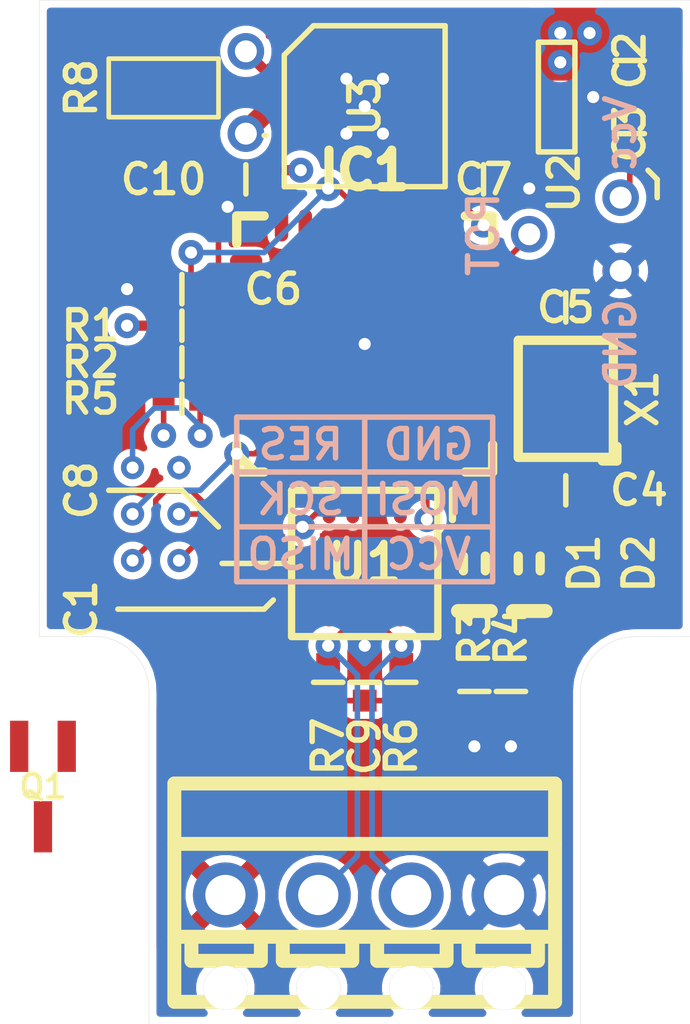
<source format=kicad_pcb>
(kicad_pcb (version 3) (host pcbnew "(2013-02-27 BZR 3976)-testing")
  (layers (15 Front signal) (2 POWER power) (1 GROUND power) (0 Back signal) (18 B.Paste user) (19 F.Paste user) (20 B.SilkS user) (21 F.SilkS user) (22 B.Mask user) (23 F.Mask user) (28 Edge.Cuts user))
  (net 0 "")
  (net 1 +5V)
  (net 2 +BATT)
  (net 3 /Core/ARef)
  (net 4 /Core/CAN_HIGH)
  (net 5 /Core/CAN_LOW)
  (net 6 /Core/CAN_RX)
  (net 7 /Core/CAN_TX)
  (net 8 /Core/F_PWM)
  (net 9 /Core/ISP_MISO)
  (net 10 /Core/ISP_MOSI)
  (net 11 /Core/ISP_RES)
  (net 12 /Core/ISP_SCK)
  (net 13 /Core/Isense)
  (net 14 /Core/MOTOR+)
  (net 15 /Core/MOTOR-)
  (net 16 /Core/R_PWM)
  (net 17 /Core/aPot)
  (net 18 /Core/ledA)
  (net 19 /Core/ledB)
  (net 20 /Core/m_EN)
  (net 21 /Core/uBattFB)
  (net 22 /Core/uIn)
  (net 23 GND)
  (net 24 N-0000029)
  (net 25 N-0000030)
  (net 26 N-0000033)
  (net 27 N-0000035)
  (net 28 N-0000037)
  (net 29 N-0000041)
  (module MPT_0,5/2,54x04 (layer Front) (at 142.00016 118.064)
    (fp_text reference P1 hide)
    (fp_text value EXTCON hide)
    (fp_line (start -5.207 -3.048) (end -5.207 2.921) (layer F.SilkS) (width 0.381))
    (fp_line (start 5.207 -3.048) (end 5.207 2.921) (layer F.SilkS) (width 0.381))
    (fp_line (start -5.207 2.921) (end 5.207 2.921) (layer F.SilkS) (width 0.381))
    (fp_line (start -5.207 -3.048) (end 5.207 -3.048) (layer F.SilkS) (width 0.381))
    (fp_line (start -5.207 -1.397) (end 5.207 -1.397) (layer F.SilkS) (width 0.381))
    (fp_line (start -5.207 1.143) (end 5.207 1.143) (layer F.SilkS) (width 0.381))
    (fp_line (start -4.73964 1.80086) (end -4.73964 1.30048) (layer F.SilkS) (width 0.381))
    (fp_line (start -2.83972 1.80086) (end -4.73964 1.80086) (layer F.SilkS) (width 0.381))
    (fp_line (start -2.83972 1.30048) (end -2.83972 1.80086) (layer F.SilkS) (width 0.381))
    (fp_line (start -0.34036 1.80086) (end -0.34036 1.30048) (layer F.SilkS) (width 0.381))
    (fp_line (start -2.24028 1.80086) (end -0.34036 1.80086) (layer F.SilkS) (width 0.381))
    (fp_line (start -2.24028 1.30048) (end -2.24028 1.80086) (layer F.SilkS) (width 0.381))
    (fp_line (start 2.83972 1.30048) (end 2.83972 1.80086) (layer F.SilkS) (width 0.381))
    (fp_line (start 2.83972 1.80086) (end 4.73964 1.80086) (layer F.SilkS) (width 0.381))
    (fp_line (start 4.73964 1.80086) (end 4.73964 1.30048) (layer F.SilkS) (width 0.381))
    (fp_line (start 2.24028 1.30048) (end 2.24028 1.80086) (layer F.SilkS) (width 0.381))
    (fp_line (start 2.24028 1.80086) (end 0.34036 1.80086) (layer F.SilkS) (width 0.381))
    (fp_line (start 0.34036 1.80086) (end 0.34036 1.30048) (layer F.SilkS) (width 0.381))
    (pad 2 thru_hole circle (at -1.27 0) (size 1.778 1.778) (drill 1.09982) (layers *.Cu *.Mask) (net 5 /Core/CAN_LOW))
    (pad 1 thru_hole circle (at -3.81 0) (size 1.778 1.778) (drill 1.09982) (layers *.Cu *.Mask) (net 22 /Core/uIn))
    (pad "" thru_hole circle (at -3.81 2.54) (size 1.19888 1.19888) (drill 1.198879) (layers *.Cu))
    (pad "" thru_hole circle (at -1.27 2.54) (size 1.19888 1.19888) (drill 1.198879) (layers *.Cu))
    (pad "" thru_hole circle (at 3.81 2.54) (size 1.19888 1.19888) (drill 1.198879) (layers *.Cu))
    (pad "" thru_hole circle (at 1.27 2.54) (size 1.19888 1.19888) (drill 1.198879) (layers *.Cu))
    (pad 3 thru_hole circle (at 1.27 0) (size 1.778 1.778) (drill 1.09982) (layers *.Cu *.Mask) (net 4 /Core/CAN_HIGH))
    (pad 4 thru_hole circle (at 3.81 0) (size 1.778 1.778) (drill 1.09982) (layers *.Cu *.Mask) (net 23 GND))
  )
  (module SMD-CX2520 (layer Front) (at 147.5 104.5 90)
    (fp_text reference X1 (at 0 2.1 90) (layer F.SilkS) (effects (font (size 0.8 0.8))))
    (fp_text value 16MHz hide)
    (fp_line (start -1.69926 1.00076) (end -1.69926 1.39954) (layer F.SilkS) (width 0.254))
    (fp_line (start -1.69926 1.39954) (end -1.30048 1.39954) (layer F.SilkS) (width 0.254))
    (fp_line (start -1.6002 -1.30048) (end -1.6002 1.30048) (layer F.SilkS) (width 0.254))
    (fp_line (start -1.6002 1.30048) (end 1.6002 1.30048) (layer F.SilkS) (width 0.254))
    (fp_line (start 1.6002 1.30048) (end 1.6002 -1.30048) (layer F.SilkS) (width 0.254))
    (fp_line (start 1.6002 -1.30048) (end -1.6002 -1.30048) (layer F.SilkS) (width 0.254))
    (pad 1 smd rect (at -0.8509 0.65024 90) (size 1.19888 1.00076) (layers Front F.Paste F.Mask) (net 25 N-0000030))
    (pad 2 smd rect (at 0.8509 0.65024 90) (size 1.19888 1.00076) (layers Front F.Paste F.Mask) (net 23 GND))
    (pad 3 smd rect (at 0.8509 -0.65024 90) (size 1.19888 1.00076) (layers Front F.Paste F.Mask) (net 24 N-0000029))
    (pad 4 smd rect (at -0.8509 -0.65024 90) (size 1.19888 1.00076) (layers Front F.Paste F.Mask) (net 23 GND))
  )
  (module connect_pin_header_1x1 (layer Back) (at 149 101)
    (fp_text reference POT3 hide)
    (fp_text value GND (at 0 2 90) (layer B.SilkS) (effects (font (size 0.8 0.8)) (justify mirror)))
    (pad 1 thru_hole circle (at 0 0) (size 1.00076 1.00076) (drill 0.599439) (layers *.Cu *.Mask) (net 23 GND))
  )
  (module connect_pin_header_1x1 (layer Back) (at 149 99)
    (fp_text reference POT1 hide)
    (fp_text value Vcc (at 0 -1.75 270) (layer B.SilkS) (effects (font (size 0.8 0.8)) (justify mirror)))
    (pad 1 thru_hole circle (at 0 0) (size 1.00076 1.00076) (drill 0.599439) (layers *.Cu *.Mask) (net 1 +5V))
  )
  (module connect_pin_header_1x1 (layer Back) (at 146.5 100)
    (fp_text reference POT2 hide)
    (fp_text value POT (at -1.25 0 90) (layer B.SilkS) (effects (font (size 0.8 0.8)) (justify mirror)))
    (pad 1 thru_hole circle (at 0 0) (size 1.00076 1.00076) (drill 0.599439) (layers *.Cu *.Mask) (net 17 /Core/aPot))
  )
  (module connect_pin_header_1x1 (layer Front) (at 138.75 97.25 270)
    (fp_text reference M+1 hide)
    (fp_text value + hide)
    (pad 1 thru_hole circle (at 0 0 270) (size 1.00076 1.00076) (drill 0.599439) (layers *.Cu *.Mask) (net 14 /Core/MOTOR+))
  )
  (module connect_pin_header_1x1 (layer Front) (at 138.75 95 270)
    (fp_text reference M-1 hide)
    (fp_text value - hide)
    (pad 1 thru_hole circle (at 0 0 270) (size 1.00076 1.00076) (drill 0.599439) (layers *.Cu *.Mask) (net 15 /Core/MOTOR-))
  )
  (module SMD-0603-LED (layer Front) (at 146.5 109 270)
    (fp_text reference D2 (at 0 -3 450) (layer F.SilkS) (effects (font (size 0.8 0.8))))
    (fp_text value LED hide)
    (fp_line (start 1.30048 -0.44958) (end 1.30048 0.44958) (layer F.SilkS) (width 0.381))
    (fp_line (start -0.20066 0.29972) (end 0.20066 0.29972) (layer F.SilkS) (width 0.254))
    (fp_line (start -0.20066 -0.29972) (end 0.20066 -0.29972) (layer F.SilkS) (width 0.254))
    (pad 1 smd rect (at -0.70612 0 270) (size 0.7493 0.889) (layers Front F.Paste F.Mask) (net 19 /Core/ledB))
    (pad 2 smd rect (at 0.70612 0 270) (size 0.7493 0.889) (layers Front F.Paste F.Mask) (net 28 N-0000037))
  )
  (module SMD-0603-LED (layer Front) (at 145 109 270)
    (fp_text reference D1 (at 0 -3 450) (layer F.SilkS) (effects (font (size 0.8 0.8))))
    (fp_text value LED hide)
    (fp_line (start 1.30048 -0.44958) (end 1.30048 0.44958) (layer F.SilkS) (width 0.381))
    (fp_line (start -0.20066 0.29972) (end 0.20066 0.29972) (layer F.SilkS) (width 0.254))
    (fp_line (start -0.20066 -0.29972) (end 0.20066 -0.29972) (layer F.SilkS) (width 0.254))
    (pad 1 smd rect (at -0.70612 0 270) (size 0.7493 0.889) (layers Front F.Paste F.Mask) (net 18 /Core/ledA))
    (pad 2 smd rect (at 0.70612 0 270) (size 0.7493 0.889) (layers Front F.Paste F.Mask) (net 27 N-0000035))
  )
  (module SOT-23_TO-236AB (layer Front) (at 147.25 96.25 90)
    (fp_text reference U2 (at -2.35 0.2 90) (layer F.SilkS) (effects (font (size 0.8 0.8))))
    (fp_text value LM3480 hide)
    (fp_line (start 1.5 -0.5) (end -1.5 -0.5) (layer F.SilkS) (width 0.15))
    (fp_line (start -1.5 -0.5) (end -1.5 0.5) (layer F.SilkS) (width 0.15))
    (fp_line (start -1.5 0.5) (end 1.5 0.5) (layer F.SilkS) (width 0.15))
    (fp_line (start 1.5 0.5) (end 1.5 -0.5) (layer F.SilkS) (width 0.15))
    (pad 3 smd rect (at 0 -1 90) (size 0.6 0.7) (layers Front F.Paste F.Mask) (net 23 GND))
    (pad 1 smd rect (at -0.95 1 90) (size 0.6 0.7) (layers Front F.Paste F.Mask) (net 1 +5V))
    (pad 2 smd rect (at 0.95 1 90) (size 0.6 0.7) (layers Front F.Paste F.Mask) (net 2 +BATT))
  )
  (module HOLE_VIA-0mm635 (layer Back) (at 135.65 108.92)
    (fp_text reference ISP1 hide)
    (fp_text value MISO (at 4.6 -0.17) (layer B.SilkS) (effects (font (size 0.8 0.8)) (justify mirror)))
    (pad 1 thru_hole circle (at 0 0) (size 0.635 0.635) (drill 0.330199) (layers *.Cu *.Mask) (net 9 /Core/ISP_MISO))
  )
  (module HOLE_VIA-0mm635 (layer Back) (at 136.92 106.38)
    (fp_text reference ISP6 hide)
    (fp_text value GND (at 6.83 -0.63 180) (layer B.SilkS) (effects (font (size 0.8 0.8)) (justify mirror)))
    (pad 1 thru_hole circle (at 0 0) (size 0.635 0.635) (drill 0.330199) (layers *.Cu *.Mask) (net 23 GND))
  )
  (module HOLE_VIA-0mm635 (layer Back) (at 136.92 107.65)
    (fp_text reference ISP5 hide)
    (fp_text value MOSI (at 6.83 -0.4 180) (layer B.SilkS) (effects (font (size 0.8 0.8)) (justify mirror)))
    (pad 1 thru_hole circle (at 0 0) (size 0.635 0.635) (drill 0.330199) (layers *.Cu *.Mask) (net 10 /Core/ISP_MOSI))
  )
  (module HOLE_VIA-0mm635 (layer Back) (at 136.92 108.92)
    (fp_text reference ISP4 hide)
    (fp_text value VCC (at 6.83 -0.17) (layer B.SilkS) (effects (font (size 0.8 0.8)) (justify mirror)))
    (pad 1 thru_hole circle (at 0 0) (size 0.635 0.635) (drill 0.330199) (layers *.Cu *.Mask) (net 1 +5V))
  )
  (module HOLE_VIA-0mm635 (layer Back) (at 135.65 106.38)
    (fp_text reference ISP3 hide)
    (fp_text value RES (at 4.6 -0.63 180) (layer B.SilkS) (effects (font (size 0.8 0.8)) (justify mirror)))
    (pad 1 thru_hole circle (at 0 0) (size 0.635 0.635) (drill 0.330199) (layers *.Cu *.Mask) (net 11 /Core/ISP_RES))
  )
  (module HOLE_VIA-0mm635 (layer Back) (at 135.65 107.65)
    (fp_text reference ISP2 hide)
    (fp_text value SCK (at 4.6 -0.4) (layer B.SilkS) (effects (font (size 0.8 0.8)) (justify mirror)))
    (pad 1 thru_hole circle (at 0 0) (size 0.635 0.635) (drill 0.330199) (layers *.Cu *.Mask) (net 12 /Core/ISP_SCK))
  )
  (module SMD-0805 (layer Front) (at 136.5 96 180)
    (fp_text reference R8 (at 2.25 0 270) (layer F.SilkS) (effects (font (size 0.8 0.8))))
    (fp_text value 200m hide)
    (fp_line (start -1.50114 -0.8001) (end 1.50114 -0.8001) (layer F.SilkS) (width 0.127))
    (fp_line (start 1.50114 -0.8001) (end 1.50114 0.8001) (layer F.SilkS) (width 0.127))
    (fp_line (start 1.50114 0.8001) (end -1.50114 0.8001) (layer F.SilkS) (width 0.127))
    (fp_line (start -1.50114 0.8001) (end -1.50114 -0.8001) (layer F.SilkS) (width 0.127))
    (pad 1 smd rect (at -0.9525 0 180) (size 0.889 1.397) (layers Front F.Paste F.Mask) (net 13 /Core/Isense))
    (pad 2 smd rect (at 0.9525 0 180) (size 0.889 1.397) (layers Front F.Paste F.Mask) (net 23 GND))
  )
  (module S-PVSON-N10 (layer Front) (at 142 96.5 270)
    (fp_text reference U3 (at 0 0 270) (layer F.SilkS) (effects (font (size 0.8 0.8))))
    (fp_text value DRV8832-DRC hide)
    (fp_line (start -2.2 1.4) (end -1.4 2.2) (layer F.SilkS) (width 0.15))
    (fp_line (start 2.2 -2.2) (end 2.2 2.2) (layer F.SilkS) (width 0.15))
    (fp_line (start 2.2 2.2) (end -1.4 2.2) (layer F.SilkS) (width 0.15))
    (fp_line (start -2.2 1.4) (end -2.2 -2.2) (layer F.SilkS) (width 0.15))
    (fp_line (start -2.2 -2.2) (end 2.2 -2.2) (layer F.SilkS) (width 0.15))
    (pad PPAD smd rect (at -1.55 -0.25 270) (size 0.7 0.28) (layers Front F.Mask) (net 23 GND))
    (pad PPAD smd rect (at -1.55 0.25 270) (size 0.7 0.28) (layers Front F.Mask) (net 23 GND))
    (pad PPAD smd rect (at 1.55 0.25 270) (size 0.7 0.28) (layers Front F.Mask) (net 23 GND))
    (pad 1 smd oval (at -1 1.545 270) (size 0.28 0.99) (layers Front F.Paste F.Mask) (net 15 /Core/MOTOR-))
    (pad PPAD smd rect (at 1.55 -0.25 270) (size 0.7 0.28) (layers Front F.Mask) (net 23 GND))
    (pad 2 smd oval (at -0.5 1.545 270) (size 0.28 0.99) (layers Front F.Paste F.Mask) (net 13 /Core/Isense))
    (pad 3 smd oval (at 0 1.545 270) (size 0.28 0.99) (layers Front F.Paste F.Mask) (net 14 /Core/MOTOR+))
    (pad 4 smd oval (at 0.5 1.545 270) (size 0.28 0.99) (layers Front F.Paste F.Mask) (net 2 +BATT))
    (pad 5 smd oval (at 1 1.545 270) (size 0.28 0.99) (layers Front F.Paste F.Mask) (net 23 GND))
    (pad 6 smd oval (at 1 -1.545 270) (size 0.28 0.99) (layers Front F.Paste F.Mask) (net 20 /Core/m_EN))
    (pad 7 smd oval (at 0.5 -1.545 270) (size 0.28 0.99) (layers Front F.Paste F.Mask) (net 26 N-0000033))
    (pad 8 smd oval (at 0 -1.545 270) (size 0.28 0.99) (layers Front F.Paste F.Mask) (net 26 N-0000033))
    (pad 9 smd oval (at -0.5 -1.545 270) (size 0.28 0.99) (layers Front F.Paste F.Mask) (net 8 /Core/F_PWM))
    (pad 10 smd oval (at -1 -1.545 270) (size 0.28 0.99) (layers Front F.Paste F.Mask) (net 16 /Core/R_PWM))
    (pad PPAD smd rect (at 0 0 270) (size 2.4 1.65) (layers Front F.Mask) (net 23 GND))
  )
  (module SMD-R_1005_EIA0402-NOMINAL (layer Front) (at 139.5 109 270)
    (fp_text reference C1 (at 1.25 5.25 270) (layer F.SilkS) (effects (font (size 0.8 0.8))))
    (fp_text value 100n hide)
    (fp_line (start 0 -0.4) (end 0 0.4) (layer F.SilkS) (width 0.15))
    (pad 1 smd rect (at -0.5 0 270) (size 0.6 0.65) (layers Front F.Paste F.Mask) (net 1 +5V))
    (pad 2 smd rect (at 0.5 0 270) (size 0.6 0.65) (layers Front F.Paste F.Mask) (net 23 GND))
  )
  (module SMD-R_1005_EIA0402-NOMINAL (layer Front) (at 149.25 95.25 270)
    (fp_text reference C2 (at 0 0 270) (layer F.SilkS) (effects (font (size 0.8 0.8))))
    (fp_text value 0µ1 hide)
    (fp_line (start 0 -0.4) (end 0 0.4) (layer F.SilkS) (width 0.15))
    (pad 1 smd rect (at -0.5 0 270) (size 0.6 0.65) (layers Front F.Paste F.Mask) (net 2 +BATT))
    (pad 2 smd rect (at 0.5 0 270) (size 0.6 0.65) (layers Front F.Paste F.Mask) (net 23 GND))
  )
  (module SMD-R_1005_EIA0402-NOMINAL (layer Front) (at 149.25 97.25 90)
    (fp_text reference C3 (at 0 0 90) (layer F.SilkS) (effects (font (size 0.8 0.8))))
    (fp_text value 0µ1 hide)
    (fp_line (start 0 -0.4) (end 0 0.4) (layer F.SilkS) (width 0.15))
    (pad 1 smd rect (at -0.5 0 90) (size 0.6 0.65) (layers Front F.Paste F.Mask) (net 1 +5V))
    (pad 2 smd rect (at 0.5 0 90) (size 0.6 0.65) (layers Front F.Paste F.Mask) (net 23 GND))
  )
  (module SMD-R_1005_EIA0402-NOMINAL (layer Front) (at 147.5 107 180)
    (fp_text reference C4 (at -2 0 180) (layer F.SilkS) (effects (font (size 0.8 0.8))))
    (fp_text value 12p hide)
    (fp_line (start 0 -0.4) (end 0 0.4) (layer F.SilkS) (width 0.15))
    (pad 1 smd rect (at -0.5 0 180) (size 0.6 0.65) (layers Front F.Paste F.Mask) (net 25 N-0000030))
    (pad 2 smd rect (at 0.5 0 180) (size 0.6 0.65) (layers Front F.Paste F.Mask) (net 23 GND))
  )
  (module SMD-R_1005_EIA0402-NOMINAL (layer Front) (at 147.5 102)
    (fp_text reference C5 (at 0 0) (layer F.SilkS) (effects (font (size 0.8 0.8))))
    (fp_text value 12p hide)
    (fp_line (start 0 -0.4) (end 0 0.4) (layer F.SilkS) (width 0.15))
    (pad 1 smd rect (at -0.5 0) (size 0.6 0.65) (layers Front F.Paste F.Mask) (net 24 N-0000029))
    (pad 2 smd rect (at 0.5 0) (size 0.6 0.65) (layers Front F.Paste F.Mask) (net 23 GND))
  )
  (module SMD-R_1005_EIA0402-NOMINAL (layer Front) (at 137 101.5 180)
    (fp_text reference C6 (at -2.5 0 180) (layer F.SilkS) (effects (font (size 0.8 0.8))))
    (fp_text value 100n hide)
    (fp_line (start 0 -0.4) (end 0 0.4) (layer F.SilkS) (width 0.15))
    (pad 1 smd rect (at -0.5 0 180) (size 0.6 0.65) (layers Front F.Paste F.Mask) (net 3 /Core/ARef))
    (pad 2 smd rect (at 0.5 0 180) (size 0.6 0.65) (layers Front F.Paste F.Mask) (net 23 GND))
  )
  (module SMD-R_1005_EIA0402-NOMINAL (layer Front) (at 145.25 98.5)
    (fp_text reference C7 (at 0 0) (layer F.SilkS) (effects (font (size 0.8 0.8))))
    (fp_text value 100n hide)
    (fp_line (start 0 -0.4) (end 0 0.4) (layer F.SilkS) (width 0.15))
    (pad 1 smd rect (at -0.5 0) (size 0.6 0.65) (layers Front F.Paste F.Mask) (net 1 +5V))
    (pad 2 smd rect (at 0.5 0) (size 0.6 0.65) (layers Front F.Paste F.Mask) (net 23 GND))
  )
  (module SMD-R_1005_EIA0402-NOMINAL (layer Front) (at 138.5 109 270)
    (fp_text reference C8 (at -2 4.25 270) (layer F.SilkS) (effects (font (size 0.8 0.8))))
    (fp_text value 100n hide)
    (fp_line (start 0 -0.4) (end 0 0.4) (layer F.SilkS) (width 0.15))
    (pad 1 smd rect (at -0.5 0 270) (size 0.6 0.65) (layers Front F.Paste F.Mask) (net 1 +5V))
    (pad 2 smd rect (at 0.5 0 270) (size 0.6 0.65) (layers Front F.Paste F.Mask) (net 23 GND))
  )
  (module SMD-R_1005_EIA0402-NOMINAL (layer Front) (at 142 112.25 270)
    (fp_text reference C9 (at 1.75 0 270) (layer F.SilkS) (effects (font (size 0.8 0.8))))
    (fp_text value cCAN hide)
    (fp_line (start 0 -0.4) (end 0 0.4) (layer F.SilkS) (width 0.15))
    (pad 1 smd rect (at -0.5 0 270) (size 0.6 0.65) (layers Front F.Paste F.Mask) (net 23 GND))
    (pad 2 smd rect (at 0.5 0 270) (size 0.6 0.65) (layers Front F.Paste F.Mask) (net 29 N-0000041))
  )
  (module SMD-R_1005_EIA0402-NOMINAL (layer Front) (at 138.75 98.5 180)
    (fp_text reference C10 (at 2.25 0 180) (layer F.SilkS) (effects (font (size 0.8 0.8))))
    (fp_text value 100n hide)
    (fp_line (start 0 -0.4) (end 0 0.4) (layer F.SilkS) (width 0.15))
    (pad 1 smd rect (at -0.5 0 180) (size 0.6 0.65) (layers Front F.Paste F.Mask) (net 2 +BATT))
    (pad 2 smd rect (at 0.5 0 180) (size 0.6 0.65) (layers Front F.Paste F.Mask) (net 23 GND))
  )
  (module SMD-R_1005_EIA0402-NOMINAL (layer Front) (at 137 102.5)
    (fp_text reference R1 (at -2.5 0) (layer F.SilkS) (effects (font (size 0.8 0.8))))
    (fp_text value 12k hide)
    (fp_line (start 0 -0.4) (end 0 0.4) (layer F.SilkS) (width 0.15))
    (pad 1 smd rect (at -0.5 0) (size 0.6 0.65) (layers Front F.Paste F.Mask) (net 2 +BATT))
    (pad 2 smd rect (at 0.5 0) (size 0.6 0.65) (layers Front F.Paste F.Mask) (net 21 /Core/uBattFB))
  )
  (module SMD-R_1005_EIA0402-NOMINAL (layer Front) (at 137 103.5 180)
    (fp_text reference R2 (at 2.5 0 180) (layer F.SilkS) (effects (font (size 0.8 0.8))))
    (fp_text value 22k hide)
    (fp_line (start 0 -0.4) (end 0 0.4) (layer F.SilkS) (width 0.15))
    (pad 1 smd rect (at -0.5 0 180) (size 0.6 0.65) (layers Front F.Paste F.Mask) (net 21 /Core/uBattFB))
    (pad 2 smd rect (at 0.5 0 180) (size 0.6 0.65) (layers Front F.Paste F.Mask) (net 23 GND))
  )
  (module SMD-R_1005_EIA0402-NOMINAL (layer Front) (at 145 112.5 270)
    (fp_text reference R3 (at -1.5 0 270) (layer F.SilkS) (effects (font (size 0.8 0.8))))
    (fp_text value 400 hide)
    (fp_line (start 0 -0.4) (end 0 0.4) (layer F.SilkS) (width 0.15))
    (pad 1 smd rect (at -0.5 0 270) (size 0.6 0.65) (layers Front F.Paste F.Mask) (net 27 N-0000035))
    (pad 2 smd rect (at 0.5 0 270) (size 0.6 0.65) (layers Front F.Paste F.Mask) (net 23 GND))
  )
  (module SMD-R_1005_EIA0402-NOMINAL (layer Front) (at 146 112.5 270)
    (fp_text reference R4 (at -1.5 0 270) (layer F.SilkS) (effects (font (size 0.8 0.8))))
    (fp_text value 400 hide)
    (fp_line (start 0 -0.4) (end 0 0.4) (layer F.SilkS) (width 0.15))
    (pad 1 smd rect (at -0.5 0 270) (size 0.6 0.65) (layers Front F.Paste F.Mask) (net 28 N-0000037))
    (pad 2 smd rect (at 0.5 0 270) (size 0.6 0.65) (layers Front F.Paste F.Mask) (net 23 GND))
  )
  (module SMD-R_1005_EIA0402-NOMINAL (layer Front) (at 137 104.5)
    (fp_text reference R5 (at -2.5 0) (layer F.SilkS) (effects (font (size 0.8 0.8))))
    (fp_text value 10k hide)
    (fp_line (start 0 -0.4) (end 0 0.4) (layer F.SilkS) (width 0.15))
    (pad 1 smd rect (at -0.5 0) (size 0.6 0.65) (layers Front F.Paste F.Mask) (net 1 +5V))
    (pad 2 smd rect (at 0.5 0) (size 0.6 0.65) (layers Front F.Paste F.Mask) (net 11 /Core/ISP_RES))
  )
  (module SMD-R_1005_EIA0402-NOMINAL (layer Front) (at 143 112.25 270)
    (fp_text reference R6 (at 1.75 0 270) (layer F.SilkS) (effects (font (size 0.8 0.8))))
    (fp_text value rCAN hide)
    (fp_line (start 0 -0.4) (end 0 0.4) (layer F.SilkS) (width 0.15))
    (pad 1 smd rect (at -0.5 0 270) (size 0.6 0.65) (layers Front F.Paste F.Mask) (net 4 /Core/CAN_HIGH))
    (pad 2 smd rect (at 0.5 0 270) (size 0.6 0.65) (layers Front F.Paste F.Mask) (net 29 N-0000041))
  )
  (module SMD-R_1005_EIA0402-NOMINAL (layer Front) (at 141 112.25 90)
    (fp_text reference R7 (at -1.75 0 90) (layer F.SilkS) (effects (font (size 0.8 0.8))))
    (fp_text value rCAN hide)
    (fp_line (start 0 -0.4) (end 0 0.4) (layer F.SilkS) (width 0.15))
    (pad 1 smd rect (at -0.5 0 90) (size 0.6 0.65) (layers Front F.Paste F.Mask) (net 29 N-0000041))
    (pad 2 smd rect (at 0.5 0 90) (size 0.6 0.65) (layers Front F.Paste F.Mask) (net 5 /Core/CAN_LOW))
  )
  (module SOT782-1_HVSON8 (layer Front) (at 142 109 180)
    (fp_text reference U1 (at 0 0 180) (layer F.SilkS) (effects (font (thickness 0.2))))
    (fp_text value TJA1051 hide)
    (fp_line (start -2.4 2) (end -2.4 1.2) (layer F.SilkS) (width 0.2))
    (fp_line (start -2 -2) (end -2 2) (layer F.SilkS) (width 0.2))
    (fp_line (start -2 2) (end 2 2) (layer F.SilkS) (width 0.2))
    (fp_line (start 2 2) (end 2 -2) (layer F.SilkS) (width 0.2))
    (fp_line (start 2 -2) (end -2 -2) (layer F.SilkS) (width 0.2))
    (pad 1 smd oval (at -0.975 1.41 180) (size 0.35 0.625) (layers Front F.Paste F.Mask) (net 7 /Core/CAN_TX))
    (pad 9 smd rect (at 0 0 180) (size 2.45 1.65) (layers Front F.Paste F.Mask) (net 23 GND))
    (pad 2 smd oval (at -0.325 1.41 180) (size 0.35 0.625) (layers Front F.Paste F.Mask) (net 23 GND))
    (pad 3 smd oval (at 0.325 1.41 180) (size 0.35 0.625) (layers Front F.Paste F.Mask) (net 1 +5V))
    (pad 4 smd oval (at 0.975 1.41 180) (size 0.35 0.625) (layers Front F.Paste F.Mask) (net 6 /Core/CAN_RX))
    (pad 5 smd oval (at 0.975 -1.41 180) (size 0.35 0.625) (layers Front F.Paste F.Mask))
    (pad 6 smd oval (at 0.325 -1.41 180) (size 0.35 0.625) (layers Front F.Paste F.Mask) (net 5 /Core/CAN_LOW))
    (pad 7 smd oval (at -0.325 -1.41 180) (size 0.35 0.625) (layers Front F.Paste F.Mask) (net 4 /Core/CAN_HIGH))
    (pad 8 smd oval (at -0.975 -1.41 180) (size 0.35 0.625) (layers Front F.Paste F.Mask) (net 23 GND))
  )
  (module QFN-32_0mm65 (layer Front) (at 142 103)
    (fp_text reference IC1 (at 0 -4.7498) (layer F.SilkS) (effects (font (size 1.00076 1.00076) (thickness 0.25146))))
    (fp_text value ATMEGA32M1_QFN32 hide)
    (fp_line (start 2.75082 3.50012) (end 3.50012 3.50012) (layer F.SilkS) (width 0.254))
    (fp_line (start 3.50012 3.50012) (end 3.50012 2.75082) (layer F.SilkS) (width 0.254))
    (fp_line (start 2.75082 -3.50012) (end 3.50012 -3.50012) (layer F.SilkS) (width 0.254))
    (fp_line (start 3.50012 -3.50012) (end 3.50012 -2.75082) (layer F.SilkS) (width 0.254))
    (fp_line (start -3.50012 -2.75082) (end -3.50012 -3.50012) (layer F.SilkS) (width 0.254))
    (fp_line (start -3.50012 -3.50012) (end -2.75082 -3.50012) (layer F.SilkS) (width 0.254))
    (fp_line (start -2.75082 3.50012) (end -3.50012 3.50012) (layer F.SilkS) (width 0.254))
    (fp_line (start -3.50012 3.50012) (end -3.50012 2.75082) (layer F.SilkS) (width 0.254))
    (fp_line (start -3.50012 2.99974) (end -2.99974 3.50012) (layer F.SilkS) (width 0.254))
    (pad 33 smd rect (at 0 0 90) (size 4.50088 4.50088) (layers Front F.Paste F.Mask) (net 23 GND))
    (pad 1 smd oval (at -2.275 3.2425) (size 0.37 0.885) (layers Front F.Paste F.Mask) (net 9 /Core/ISP_MISO))
    (pad 2 smd oval (at -1.625 3.2425) (size 0.37 0.885) (layers Front F.Paste F.Mask) (net 10 /Core/ISP_MOSI))
    (pad 3 smd oval (at -0.975 3.2425) (size 0.37 0.885) (layers Front F.Paste F.Mask))
    (pad 4 smd oval (at -0.325 3.2425) (size 0.37 0.885) (layers Front F.Paste F.Mask) (net 1 +5V))
    (pad 5 smd oval (at 0.325 3.2425) (size 0.37 0.885) (layers Front F.Paste F.Mask) (net 23 GND))
    (pad 6 smd oval (at 0.975 3.2425) (size 0.37 0.885) (layers Front F.Paste F.Mask) (net 7 /Core/CAN_TX))
    (pad 7 smd oval (at 1.625 3.2425) (size 0.37 0.885) (layers Front F.Paste F.Mask) (net 6 /Core/CAN_RX))
    (pad 8 smd oval (at 2.275 3.2425) (size 0.37 0.885) (layers Front F.Paste F.Mask) (net 18 /Core/ledA))
    (pad 9 smd oval (at 3.2425 2.275 90) (size 0.37 0.885) (layers Front F.Paste F.Mask) (net 19 /Core/ledB))
    (pad 10 smd oval (at 3.2425 1.625 90) (size 0.37 0.885) (layers Front F.Paste F.Mask) (net 25 N-0000030))
    (pad 11 smd oval (at 3.2425 0.975 90) (size 0.37 0.885) (layers Front F.Paste F.Mask) (net 24 N-0000029))
    (pad 12 smd oval (at 3.2425 0.325 90) (size 0.37 0.885) (layers Front F.Paste F.Mask) (net 12 /Core/ISP_SCK))
    (pad 13 smd oval (at 3.2425 -0.325 90) (size 0.37 0.885) (layers Front F.Paste F.Mask) (net 16 /Core/R_PWM))
    (pad 14 smd oval (at 3.2425 -0.975 90) (size 0.37 0.885) (layers Front F.Paste F.Mask) (net 8 /Core/F_PWM))
    (pad 15 smd oval (at 3.2425 -1.625 90) (size 0.37 0.885) (layers Front F.Paste F.Mask) (net 20 /Core/m_EN))
    (pad 16 smd oval (at 3.2425 -2.275 90) (size 0.37 0.885) (layers Front F.Paste F.Mask) (net 17 /Core/aPot))
    (pad 17 smd oval (at 2.275 -3.2425) (size 0.37 0.885) (layers Front F.Paste F.Mask))
    (pad 18 smd oval (at 1.625 -3.2425) (size 0.37 0.885) (layers Front F.Paste F.Mask))
    (pad 19 smd oval (at 0.975 -3.2425) (size 0.37 0.885) (layers Front F.Paste F.Mask) (net 1 +5V))
    (pad 20 smd oval (at 0.325 -3.2425) (size 0.37 0.885) (layers Front F.Paste F.Mask) (net 23 GND))
    (pad 21 smd oval (at -0.325 -3.2425) (size 0.37 0.885) (layers Front F.Paste F.Mask) (net 3 /Core/ARef))
    (pad 22 smd oval (at -0.975 -3.2425) (size 0.37 0.885) (layers Front F.Paste F.Mask))
    (pad 23 smd oval (at -1.625 -3.2425) (size 0.37 0.885) (layers Front F.Paste F.Mask))
    (pad 24 smd oval (at -2.275 -3.2425) (size 0.37 0.885) (layers Front F.Paste F.Mask))
    (pad 25 smd oval (at -3.2425 -2.275 90) (size 0.37 0.885) (layers Front F.Paste F.Mask))
    (pad 26 smd oval (at -3.2425 -1.625 90) (size 0.37 0.885) (layers Front F.Paste F.Mask) (net 13 /Core/Isense))
    (pad 27 smd oval (at -3.2425 -0.975 90) (size 0.37 0.885) (layers Front F.Paste F.Mask) (net 21 /Core/uBattFB))
    (pad 28 smd oval (at -3.2425 -0.325 90) (size 0.37 0.885) (layers Front F.Paste F.Mask))
    (pad 29 smd oval (at -3.2425 0.325 90) (size 0.37 0.885) (layers Front F.Paste F.Mask))
    (pad 30 smd oval (at -3.2425 0.975 90) (size 0.37 0.885) (layers Front F.Paste F.Mask))
    (pad 31 smd oval (at -3.2425 1.625 90) (size 0.37 0.885) (layers Front F.Paste F.Mask) (net 11 /Core/ISP_RES))
    (pad 32 smd oval (at -3.2425 2.275 90) (size 0.37 0.885) (layers Front F.Paste F.Mask))
  )
  (module SOT323_SC-70-REFLOW (layer Front) (at 133.2 115.1 180)
    (fp_text reference Q1 (at 0 0 180) (layer F.SilkS) (effects (font (size 0.635 0.635) (thickness 0.127))))
    (fp_text value PMF170XP hide)
    (pad 1 smd rect (at -0.65 1.1 180) (size 0.5 1.4) (layers Front F.Paste F.Mask) (net 23 GND))
    (pad 2 smd rect (at 0.65 1.1 180) (size 0.5 1.4) (layers Front F.Paste F.Mask) (net 2 +BATT))
    (pad 3 smd rect (at 0 -1.1 180) (size 0.5 1.4) (layers Front F.Paste F.Mask) (net 22 /Core/uIn))
  )
  (gr_line (start 133.1 111) (end 134.7 111) (angle 90) (layer Edge.Cuts) (width 0.01))
  (gr_line (start 142 105) (end 142 109.5) (angle 90) (layer B.SilkS) (width 0.15))
  (gr_line (start 145.5 108) (end 138.5 108) (angle 90) (layer B.SilkS) (width 0.15))
  (gr_line (start 138.5 106.5) (end 145.5 106.5) (angle 90) (layer B.SilkS) (width 0.15))
  (gr_line (start 138.5 109.5) (end 138.5 105) (angle 90) (layer B.SilkS) (width 0.15))
  (gr_line (start 145.5 109.5) (end 138.5 109.5) (angle 90) (layer B.SilkS) (width 0.15))
  (gr_line (start 145.5 105) (end 145.5 109.5) (angle 90) (layer B.SilkS) (width 0.15))
  (gr_line (start 138.5 105) (end 145.5 105) (angle 90) (layer B.SilkS) (width 0.15))
  (gr_line (start 150 98.5) (end 149.75 98.25) (angle 90) (layer F.SilkS) (width 0.15))
  (gr_line (start 150 99) (end 150 98.5) (angle 90) (layer F.SilkS) (width 0.15))
  (gr_line (start 137 107) (end 138 108) (angle 90) (layer F.SilkS) (width 0.15))
  (gr_line (start 135 107) (end 137 107) (angle 90) (layer F.SilkS) (width 0.15))
  (gr_line (start 139.25 110.25) (end 139.5 110) (angle 90) (layer F.SilkS) (width 0.15))
  (gr_line (start 139 110.25) (end 139.25 110.25) (angle 90) (layer F.SilkS) (width 0.15))
  (gr_line (start 135.25 110.25) (end 139 110.25) (angle 90) (layer F.SilkS) (width 0.15))
  (gr_line (start 139.25 97.3) (end 139.3 97.3) (angle 90) (layer F.SilkS) (width 0.15))
  (gr_line (start 150.90032 93.60126) (end 133.1 93.60126) (angle 90) (layer Edge.Cuts) (width 0.01))
  (gr_line (start 150.90032 93.60126) (end 150.90032 111.00026) (angle 90) (layer Edge.Cuts) (width 0.01))
  (gr_line (start 147.90058 112.49886) (end 147.90058 121.59968) (angle 90) (layer Edge.Cuts) (width 0.01))
  (gr_line (start 136.09974 112.60046) (end 136.09974 121.59968) (angle 90) (layer Edge.Cuts) (width 0.01))
  (gr_line (start 147.90058 121.59968) (end 136.09974 121.59968) (angle 90) (layer Edge.Cuts) (width 0.01))
  (gr_arc (start 149.39918 112.49886) (end 147.90058 112.49886) (angle 90) (layer Edge.Cuts) (width 0.01))
  (gr_arc (start 134.60114 112.49886) (end 134.7002 111.00026) (angle 90) (layer Edge.Cuts) (width 0.01))
  (gr_line (start 150.90032 111.00026) (end 149.39918 111.00026) (angle 90) (layer Edge.Cuts) (width 0.01))
  (gr_line (start 133.1 111.00026) (end 133.1 93.60126) (angle 90) (layer Edge.Cuts) (width 0.01))
  (segment (start 142.97536 99.7488) (end 142.97536 99.02464) (width 0.1524) (layer Front) (net 1))
  (segment (start 143.5 98.5) (end 144.75 98.5) (width 0.1524) (layer Front) (net 1))
  (segment (start 142.97536 99.02464) (end 143.5 98.5) (width 0.1524) (layer Front) (net 1))
  (segment (start 144.75 98.5) (end 144.75 99.25) (width 0.1524) (layer Front) (net 1))
  (via (at 145.25 99.75) (size 0.6858) (layers Front Back) (net 1))
  (segment (start 144.75 98.5) (end 145 98.75) (width 0.1524) (layer Front) (net 1))
  (segment (start 144.75 99.25) (end 145.25 99.75) (width 0.1524) (layer Front) (net 1))
  (segment (start 136.5 104.5) (end 136.5 105.5) (width 0.1524) (layer Front) (net 1))
  (via (at 136.5 105.5) (size 0.6858) (layers Front Back) (net 1))
  (segment (start 149.25 97.75) (end 149.25 98.75) (width 0.1524) (layer Front) (net 1))
  (segment (start 149.25 98.75) (end 149 99) (width 0.1524) (layer Front) (net 1))
  (segment (start 149.25 97.75) (end 148.8 97.75) (width 0.1524) (layer Front) (net 1))
  (segment (start 148.8 97.75) (end 148.25 97.2) (width 0.1524) (layer Front) (net 1))
  (segment (start 138.5 108.5) (end 137.34 108.5) (width 0.1524) (layer Front) (net 1))
  (segment (start 137.34 108.5) (end 136.92 108.92) (width 0.1524) (layer Front) (net 1))
  (segment (start 139.5 108.5) (end 139.5 107.9) (width 0.1524) (layer Front) (net 1))
  (segment (start 140.8 107) (end 141.67488 107) (width 0.1524) (layer Front) (net 1))
  (segment (start 140.4 107.4) (end 140.8 107) (width 0.1524) (layer Front) (net 1))
  (segment (start 140 107.4) (end 140.4 107.4) (width 0.1524) (layer Front) (net 1))
  (segment (start 139.5 107.9) (end 140 107.4) (width 0.1524) (layer Front) (net 1))
  (segment (start 139.5 108.5) (end 138.5 108.5) (width 0.1524) (layer Front) (net 1))
  (segment (start 141.67488 106.2512) (end 141.67488 107) (width 0.1524) (layer Front) (net 1))
  (segment (start 141.67488 107) (end 141.67488 107.63738) (width 0.1524) (layer Front) (net 1))
  (segment (start 141.67488 107.63738) (end 141.675 107.6375) (width 0.1524) (layer Front) (net 1))
  (segment (start 139.6 98.15) (end 139.7 98.25) (width 0.28) (layer Front) (net 2))
  (via (at 140.25 98.25) (size 0.6858) (layers Front Back) (net 2))
  (segment (start 139.7 98.25) (end 140.25 98.25) (width 0.28) (layer Front) (net 2))
  (segment (start 139.25 98.5) (end 139.6 98.15) (width 0.28) (layer Front) (net 2))
  (segment (start 139.9 97) (end 140.455 97) (width 0.28) (layer Front) (net 2))
  (segment (start 139.6 97.3) (end 139.9 97) (width 0.28) (layer Front) (net 2))
  (segment (start 139.6 98.15) (end 139.6 97.3) (width 0.28) (layer Front) (net 2))
  (segment (start 136.5 102.5) (end 135.5 102.5) (width 0.28) (layer Front) (net 2))
  (via (at 135.5 102.5) (size 0.6858) (layers Front Back) (net 2))
  (segment (start 148.15 94.5) (end 147.35 94.5) (width 0.28) (layer Front) (net 2))
  (via (at 147.35 94.5) (size 0.6858) (layers Front Back) (net 2))
  (segment (start 147.35 95.3) (end 148.25 95.3) (width 0.28) (layer Front) (net 2))
  (via (at 147.35 95.3) (size 0.6858) (layers Front Back) (net 2))
  (segment (start 147.35 94.5) (end 147.35 95.3) (width 0.28) (layer Front) (net 2))
  (via (at 148.15 94.5) (size 0.6858) (layers Front Back) (net 2))
  (segment (start 149.25 94.75) (end 148.8 94.75) (width 0.28) (layer Front) (net 2))
  (segment (start 148.8 94.75) (end 148.25 95.3) (width 0.28) (layer Front) (net 2))
  (segment (start 141.67488 99.7488) (end 141.67488 99.17488) (width 0.1524) (layer Front) (net 3))
  (segment (start 137.25 101.25) (end 137.5 101.5) (width 0.1524) (layer Front) (net 3))
  (segment (start 137.25 100.5) (end 137.25 101.25) (width 0.1524) (layer Front) (net 3))
  (via (at 137.25 100.5) (size 0.6858) (layers Front Back) (net 3))
  (segment (start 139.25 100.5) (end 137.25 100.5) (width 0.1524) (layer Back) (net 3))
  (segment (start 141 98.75) (end 139.25 100.5) (width 0.1524) (layer Back) (net 3))
  (via (at 141 98.75) (size 0.6858) (layers Front Back) (net 3))
  (segment (start 141.25 98.75) (end 141 98.75) (width 0.1524) (layer Front) (net 3))
  (segment (start 141.67488 99.17488) (end 141.25 98.75) (width 0.1524) (layer Front) (net 3))
  (segment (start 143 111.25) (end 142.2 112.05) (width 0.1524) (layer Back) (net 4))
  (via (at 143 111.25) (size 0.6858) (layers Front Back) (net 4))
  (segment (start 142.2 116.99384) (end 143.27016 118.064) (width 0.1524) (layer Back) (net 4))
  (segment (start 142.2 112.05) (end 142.2 116.99384) (width 0.1524) (layer Back) (net 4))
  (segment (start 142.325 110.41) (end 142.325 110.575) (width 0.1524) (layer Front) (net 4))
  (segment (start 143 111.25) (end 143 111.75) (width 0.1524) (layer Front) (net 4))
  (segment (start 142.325 110.575) (end 143 111.25) (width 0.1524) (layer Front) (net 4))
  (segment (start 141 111.25) (end 141.8 112.05) (width 0.1524) (layer Back) (net 5))
  (via (at 141 111.25) (size 0.6858) (layers Front Back) (net 5))
  (segment (start 141.8 116.99416) (end 140.73016 118.064) (width 0.1524) (layer Back) (net 5))
  (segment (start 141.8 112.05) (end 141.8 116.99416) (width 0.1524) (layer Back) (net 5))
  (segment (start 141.675 110.41) (end 141.675 110.575) (width 0.1524) (layer Front) (net 5))
  (segment (start 141 111.25) (end 141 111.75) (width 0.1524) (layer Front) (net 5))
  (segment (start 141.675 110.575) (end 141 111.25) (width 0.1524) (layer Front) (net 5))
  (segment (start 141.025 107.6375) (end 140.6625 107.6375) (width 0.1524) (layer Front) (net 6))
  (segment (start 140.6625 107.6375) (end 140.3 108) (width 0.1524) (layer Front) (net 6))
  (segment (start 143.6256 107.1256) (end 143.6256 106.2512) (width 0.1524) (layer Front) (net 6))
  (segment (start 143.7 107.2) (end 143.6256 107.1256) (width 0.1524) (layer Front) (net 6))
  (segment (start 143.7 107.8) (end 143.7 107.2) (width 0.1524) (layer Front) (net 6))
  (via (at 143.7 107.8) (size 0.6858) (layers Front Back) (net 6))
  (segment (start 143.5 108) (end 143.7 107.8) (width 0.1524) (layer Back) (net 6))
  (segment (start 140.3 108) (end 143.5 108) (width 0.1524) (layer Back) (net 6))
  (via (at 140.3 108) (size 0.6858) (layers Front Back) (net 6))
  (segment (start 142.97536 106.2512) (end 142.97536 107.63714) (width 0.1524) (layer Front) (net 7))
  (segment (start 142.97536 107.63714) (end 142.975 107.6375) (width 0.1524) (layer Front) (net 7))
  (segment (start 145.2512 102.02464) (end 145.77536 102.02464) (width 0.1524) (layer Front) (net 8))
  (segment (start 146.664142 97.195198) (end 147.604802 98.135858) (width 0.1524) (layer Front) (net 8))
  (segment (start 147.604802 98.135858) (end 147.604802 100.426254) (width 0.1524) (layer Front) (net 8))
  (segment (start 144.1 96) (end 144.3 96.2) (width 0.1524) (layer Front) (net 8))
  (segment (start 144.3 96.2) (end 144.3 96.9) (width 0.1524) (layer Front) (net 8))
  (segment (start 144.3 96.9) (end 144.595198 97.195198) (width 0.1524) (layer Front) (net 8))
  (segment (start 144.595198 97.195198) (end 146.664142 97.195198) (width 0.1524) (layer Front) (net 8))
  (segment (start 144.1 96) (end 143.545 96) (width 0.1524) (layer Front) (net 8))
  (segment (start 146.926254 101.104802) (end 147.604802 100.426254) (width 0.1524) (layer Front) (net 8))
  (segment (start 146.326254 101.104802) (end 146.926254 101.104802) (width 0.1524) (layer Front) (net 8))
  (segment (start 146 101.431056) (end 146.326254 101.104802) (width 0.1524) (layer Front) (net 8))
  (segment (start 146 101.8) (end 146 101.431056) (width 0.1524) (layer Front) (net 8))
  (segment (start 145.77536 102.02464) (end 146 101.8) (width 0.1524) (layer Front) (net 8))
  (segment (start 136.539 107.015) (end 137.265 107.015) (width 0.1524) (layer Front) (net 9))
  (segment (start 139.19269 107.345198) (end 139.72416 106.813728) (width 0.1524) (layer Front) (net 9))
  (segment (start 137.595198 107.345198) (end 139.19269 107.345198) (width 0.1524) (layer Front) (net 9))
  (segment (start 137.265 107.015) (end 137.595198 107.345198) (width 0.1524) (layer Front) (net 9))
  (segment (start 139.72416 106.813728) (end 139.72416 106.2512) (width 0.1524) (layer Front) (net 9))
  (segment (start 136.285 108.285) (end 135.65 108.92) (width 0.1524) (layer Front) (net 9))
  (segment (start 136.285 107.269) (end 136.285 108.285) (width 0.1524) (layer Front) (net 9))
  (segment (start 136.539 107.015) (end 136.285 107.269) (width 0.1524) (layer Front) (net 9))
  (segment (start 136.92 107.65) (end 139.318944 107.65) (width 0.1524) (layer Front) (net 10))
  (segment (start 139.318944 107.65) (end 139.873746 107.095198) (width 0.1524) (layer Front) (net 10))
  (segment (start 140.273746 107.095198) (end 139.873746 107.095198) (width 0.1524) (layer Front) (net 10))
  (segment (start 140.3744 106.2512) (end 140.3744 106.994544) (width 0.1524) (layer Front) (net 10))
  (segment (start 140.3744 106.994544) (end 140.273746 107.095198) (width 0.1524) (layer Front) (net 10))
  (segment (start 137.5 105.5) (end 137.5 105.25) (width 0.1524) (layer Back) (net 11))
  (segment (start 135.65 105.35) (end 135.65 106.38) (width 0.1524) (layer Back) (net 11))
  (segment (start 136.25 104.75) (end 135.65 105.35) (width 0.1524) (layer Back) (net 11))
  (segment (start 137 104.75) (end 136.25 104.75) (width 0.1524) (layer Back) (net 11))
  (segment (start 137.5 105.25) (end 137 104.75) (width 0.1524) (layer Back) (net 11))
  (via (at 137.5 105.5) (size 0.6858) (layers Front Back) (net 11))
  (segment (start 137.5 105.5) (end 137.5 104.5) (width 0.1524) (layer Front) (net 11))
  (segment (start 138.7488 104.6256) (end 137.6256 104.6256) (width 0.1524) (layer Front) (net 11))
  (segment (start 137.6256 104.6256) (end 137.5 104.5) (width 0.1524) (layer Front) (net 11))
  (segment (start 144.5 103.5) (end 144.675 103.325) (width 0.1524) (layer Front) (net 12))
  (segment (start 136.25 107) (end 137.5 107) (width 0.1524) (layer Back) (net 12))
  (segment (start 135.65 107.6) (end 136.25 107) (width 0.1524) (layer Back) (net 12))
  (segment (start 135.65 107.65) (end 135.65 107.6) (width 0.1524) (layer Back) (net 12))
  (segment (start 139 106) (end 138.5 106) (width 0.1524) (layer Front) (net 12))
  (via (at 138.5 106) (size 0.6858) (layers Front Back) (net 12))
  (segment (start 138.5 106) (end 137.5 107) (width 0.1524) (layer Back) (net 12))
  (segment (start 144.5 103.5) (end 144.5 105.5) (width 0.1524) (layer Front) (net 12))
  (segment (start 139.5 105.5) (end 139 106) (width 0.1524) (layer Front) (net 12))
  (segment (start 144.5 105.5) (end 139.5 105.5) (width 0.1524) (layer Front) (net 12))
  (segment (start 144.675 103.325) (end 145.2425 103.325) (width 0.1524) (layer Front) (net 12))
  (segment (start 138.7488 101.3744) (end 138.3744 101.3744) (width 0.1524) (layer Front) (net 13))
  (segment (start 137.4525 96.2975) (end 137.4525 96) (width 0.1524) (layer Front) (net 13))
  (segment (start 137 96.75) (end 137.4525 96.2975) (width 0.1524) (layer Front) (net 13))
  (segment (start 137 99) (end 137 96.75) (width 0.1524) (layer Front) (net 13))
  (segment (start 138 100) (end 137 99) (width 0.1524) (layer Front) (net 13))
  (segment (start 138 101) (end 138 100) (width 0.1524) (layer Front) (net 13))
  (segment (start 138.3744 101.3744) (end 138 101) (width 0.1524) (layer Front) (net 13))
  (segment (start 140.455 96) (end 137.4525 96) (width 0.1524) (layer Front) (net 13))
  (segment (start 138.75 97.25) (end 138.75 97) (width 0.28) (layer Front) (net 14))
  (segment (start 139.25 96.5) (end 140.455 96.5) (width 0.28) (layer Front) (net 14))
  (segment (start 138.75 97) (end 139.25 96.5) (width 0.28) (layer Front) (net 14))
  (segment (start 138.75 95) (end 139.25 95.5) (width 0.28) (layer Front) (net 15))
  (segment (start 139.25 95.5) (end 140.455 95.5) (width 0.28) (layer Front) (net 15))
  (segment (start 145.2512 102.67488) (end 145.82512 102.67488) (width 0.1524) (layer Front) (net 16))
  (segment (start 147.909604 98.009604) (end 147.909604 100.552508) (width 0.1524) (layer Front) (net 16))
  (segment (start 147.909604 98.009604) (end 146.790396 96.890396) (width 0.1524) (layer Front) (net 16))
  (segment (start 144.604802 96.773746) (end 144.721452 96.890396) (width 0.1524) (layer Front) (net 16))
  (segment (start 144.721452 96.890396) (end 146.790396 96.890396) (width 0.1524) (layer Front) (net 16))
  (segment (start 144.25 95.5) (end 144.604802 95.854802) (width 0.1524) (layer Front) (net 16))
  (segment (start 144.604802 95.854802) (end 144.604802 96.773746) (width 0.1524) (layer Front) (net 16))
  (segment (start 144.25 95.5) (end 143.545 95.5) (width 0.1524) (layer Front) (net 16))
  (segment (start 147.052508 101.409604) (end 147.909604 100.552508) (width 0.1524) (layer Front) (net 16))
  (segment (start 146.452508 101.409604) (end 147.052508 101.409604) (width 0.1524) (layer Front) (net 16))
  (segment (start 146.304802 101.55731) (end 146.452508 101.409604) (width 0.1524) (layer Front) (net 16))
  (segment (start 146.304802 102.195198) (end 146.304802 101.55731) (width 0.1524) (layer Front) (net 16))
  (segment (start 145.82512 102.67488) (end 146.304802 102.195198) (width 0.1524) (layer Front) (net 16))
  (segment (start 146.5 100.068944) (end 146.5 100) (width 0.1524) (layer Front) (net 17))
  (segment (start 145.844784 100.72416) (end 146.5 100.068944) (width 0.1524) (layer Front) (net 17))
  (segment (start 145.2512 100.72416) (end 145.844784 100.72416) (width 0.1524) (layer Front) (net 17))
  (segment (start 144.27584 106.2512) (end 144.7512 106.2512) (width 0.1524) (layer Front) (net 18))
  (segment (start 144.946398 108.240278) (end 145 108.29388) (width 0.1524) (layer Front) (net 18))
  (segment (start 144.946398 106.446398) (end 144.946398 108.240278) (width 0.1524) (layer Front) (net 18))
  (segment (start 144.7512 106.2512) (end 144.946398 106.446398) (width 0.1524) (layer Front) (net 18))
  (segment (start 144.27584 106.2512) (end 144.27584 106.52584) (width 0.1524) (layer Front) (net 18))
  (segment (start 145.2512 105.27584) (end 145.2512 107.2512) (width 0.1524) (layer Front) (net 19))
  (segment (start 145.2512 107.2512) (end 145.75 107.75) (width 0.1524) (layer Front) (net 19))
  (segment (start 145.95612 107.75) (end 146.5 108.29388) (width 0.1524) (layer Front) (net 19))
  (segment (start 145.75 107.75) (end 145.95612 107.75) (width 0.1524) (layer Front) (net 19))
  (segment (start 145.2512 101.3744) (end 145.6256 101.3744) (width 0.1524) (layer Front) (net 20))
  (segment (start 146.2 100.8) (end 146.8 100.8) (width 0.1524) (layer Front) (net 20))
  (segment (start 146.8 100.8) (end 147.3 100.3) (width 0.1524) (layer Front) (net 20))
  (segment (start 146.537888 97.5) (end 147.3 98.262112) (width 0.1524) (layer Front) (net 20))
  (segment (start 147.3 98.262112) (end 147.3 100.3) (width 0.1524) (layer Front) (net 20))
  (segment (start 146.537888 97.5) (end 143.545 97.5) (width 0.1524) (layer Front) (net 20))
  (segment (start 145.6256 101.3744) (end 146.2 100.8) (width 0.1524) (layer Front) (net 20))
  (segment (start 138.7488 102.02464) (end 137.97536 102.02464) (width 0.1524) (layer Front) (net 21))
  (segment (start 137.97536 102.02464) (end 137.5 102.5) (width 0.1524) (layer Front) (net 21))
  (segment (start 137.5 103.5) (end 137.5 102.5) (width 0.1524) (layer Front) (net 21))
  (via (at 142 103) (size 0.8382) (layers Front Back) (net 23))
  (segment (start 142.25 98.05) (end 142.25 98.85) (width 0.254) (layer Front) (net 23))
  (segment (start 142.25 98.85) (end 142.32512 98.92512) (width 0.254) (layer Front) (net 23))
  (segment (start 142.32512 99.7488) (end 142.32512 98.92512) (width 0.254) (layer Front) (net 23))
  (segment (start 142.32512 102.67488) (end 142 103) (width 0.254) (layer Front) (net 23))
  (segment (start 142.32512 99.7488) (end 142.32512 102.67488) (width 0.254) (layer Front) (net 23))
  (segment (start 146 113) (end 146 114) (width 0.254) (layer Front) (net 23))
  (via (at 146 114) (size 0.8382) (layers Front Back) (net 23))
  (segment (start 145 113) (end 145 114) (width 0.254) (layer Front) (net 23))
  (via (at 145 114) (size 0.8382) (layers Front Back) (net 23))
  (segment (start 142 111.75) (end 142 111.25) (width 0.254) (layer Front) (net 23))
  (via (at 142 111.25) (size 0.8382) (layers Front Back) (net 23))
  (segment (start 136.5 101.5) (end 135.5 101.5) (width 0.254) (layer Front) (net 23))
  (via (at 135.5 101.5) (size 0.8382) (layers Front Back) (net 23))
  (segment (start 138.25 98.5) (end 138.25 99.25) (width 0.254) (layer Front) (net 23))
  (via (at 138.25 99.25) (size 0.8382) (layers Front Back) (net 23))
  (via (at 142 96.5) (size 0.8382) (layers Front Back) (net 23))
  (segment (start 142 96.5) (end 141.5 97) (width 0.254) (layer Front) (net 23))
  (segment (start 141.5 97) (end 141.5 97.25) (width 0.254) (layer Front) (net 23))
  (via (at 141.5 97.25) (size 0.8382) (layers Front Back) (net 23))
  (segment (start 142 96.5) (end 142.5 97) (width 0.254) (layer Front) (net 23))
  (segment (start 142.5 97) (end 142.5 97.25) (width 0.254) (layer Front) (net 23))
  (via (at 142.5 97.25) (size 0.8382) (layers Front Back) (net 23))
  (segment (start 142 96.5) (end 142.5 96) (width 0.254) (layer Front) (net 23))
  (segment (start 142.5 96) (end 142.5 95.75) (width 0.254) (layer Front) (net 23))
  (via (at 142.5 95.75) (size 0.8382) (layers Front Back) (net 23))
  (segment (start 142 96.5) (end 141.5 96) (width 0.254) (layer Front) (net 23))
  (segment (start 141.5 96) (end 141.5 95.75) (width 0.254) (layer Front) (net 23))
  (via (at 141.5 95.75) (size 0.8382) (layers Front Back) (net 23))
  (segment (start 142.325 107.6375) (end 142.325 108.675) (width 0.254) (layer Front) (net 23))
  (segment (start 142.32512 107.63738) (end 142.325 107.6375) (width 0.254) (layer Front) (net 23))
  (segment (start 142.32512 106.2512) (end 142.32512 107.63738) (width 0.254) (layer Front) (net 23))
  (segment (start 142.325 108.675) (end 142 109) (width 0.254) (layer Front) (net 23))
  (segment (start 149.25 96.25) (end 148.25 96.25) (width 0.254) (layer Front) (net 23))
  (via (at 148.25 96.25) (size 0.8382) (layers Front Back) (net 23))
  (segment (start 148.25 96.25) (end 146.25 96.25) (width 0.254) (layer Front) (net 23))
  (segment (start 149.25 95.75) (end 149.25 96.25) (width 0.254) (layer Front) (net 23))
  (segment (start 149.25 96.25) (end 149.25 96.75) (width 0.254) (layer Front) (net 23))
  (segment (start 145.75 98.5) (end 146.25 98.5) (width 0.254) (layer Front) (net 23))
  (via (at 146.5 98.75) (size 0.8382) (layers Front Back) (net 23))
  (segment (start 146.25 98.5) (end 146.5 98.75) (width 0.254) (layer Front) (net 23))
  (segment (start 139.5 109.5) (end 141.5 109.5) (width 0.254) (layer Front) (net 23))
  (segment (start 141.5 109.5) (end 142 109) (width 0.254) (layer Front) (net 23))
  (segment (start 138.5 109.5) (end 139.5 109.5) (width 0.254) (layer Front) (net 23))
  (segment (start 148 103.49886) (end 148.15024 103.6491) (width 0.254) (layer Front) (net 23))
  (segment (start 147 107) (end 147 105.50114) (width 0.254) (layer Front) (net 23))
  (segment (start 147 105.50114) (end 146.84976 105.3509) (width 0.254) (layer Front) (net 23))
  (segment (start 142.25 109.25) (end 142 109) (width 0.254) (layer Front) (net 23))
  (segment (start 149 101) (end 148 102) (width 0.254) (layer Front) (net 23))
  (segment (start 148 102) (end 148 103.49886) (width 0.254) (layer Front) (net 23))
  (segment (start 145.2512 103.97536) (end 146.5235 103.97536) (width 0.1524) (layer Front) (net 24))
  (segment (start 146.5235 103.97536) (end 146.84976 103.6491) (width 0.1524) (layer Front) (net 24))
  (segment (start 147 102) (end 147 103.49886) (width 0.1524) (layer Front) (net 24))
  (segment (start 147 103.49886) (end 146.84976 103.6491) (width 0.1524) (layer Front) (net 24))
  (segment (start 145.2512 104.6256) (end 145.8744 104.6256) (width 0.1524) (layer Front) (net 25))
  (segment (start 145.8744 104.6256) (end 146 104.5) (width 0.1524) (layer Front) (net 25))
  (segment (start 148 107) (end 148 105.50114) (width 0.1524) (layer Front) (net 25))
  (segment (start 148 105.50114) (end 148.15024 105.3509) (width 0.1524) (layer Front) (net 25))
  (segment (start 148.15024 105.15024) (end 148.15024 105.3509) (width 0.1524) (layer Front) (net 25))
  (segment (start 147.5 104.5) (end 148.15024 105.15024) (width 0.1524) (layer Front) (net 25))
  (segment (start 146 104.5) (end 147.5 104.5) (width 0.1524) (layer Front) (net 25))
  (segment (start 143.545 96.5) (end 143.545 97) (width 0.1524) (layer Front) (net 26))
  (segment (start 145 112) (end 145 109.70612) (width 0.1524) (layer Front) (net 27))
  (segment (start 146 112) (end 146 110.20612) (width 0.1524) (layer Front) (net 28))
  (segment (start 146 110.20612) (end 146.5 109.70612) (width 0.1524) (layer Front) (net 28))
  (segment (start 142 112.75) (end 143 112.75) (width 0.1524) (layer Front) (net 29))
  (segment (start 141 112.75) (end 142 112.75) (width 0.1524) (layer Front) (net 29))
  (zone (net 22) (net_name /Core/uIn) (layer Front) (connect_pads thru_hole_only (clearance 0.2)) (min_thickness 0.2) (fill (arc_segments 32) (thermal_gap 0.25) (thermal_bridge_width 0.5))
    (polygon (pts (xy 136.1 112.8) (xy 139.8 112.8) (xy 139.8 119.6) (xy 136.1 119.6)))
  )
  (zone (net 2) (net_name +BATT) (layer Front) (connect_pads thru_hole_only (clearance 0.2)) (min_thickness 0.2) (fill (arc_segments 32) (thermal_gap 0.25) (thermal_bridge_width 0.5))
    (polygon (pts (xy 146.8 93.6) (xy 146.8 95.8) (xy 148.8 95.8) (xy 148.8 95.2) (xy 150.9 95.2) (xy 150.9 93.6)))
  )
  (zone (net 23) (net_name GND) (layer Front) (connect_pads thru_hole_only (clearance 0.2)) (min_thickness 0.2) (fill (arc_segments 32) (thermal_gap 0.25) (thermal_bridge_width 0.5))
    (polygon (pts (xy 150.9 111) (xy 148.9 111) (xy 147.9 112) (xy 147.9 121.6) (xy 136.1 121.6) (xy 136.1 119.8) (xy 140 119.8) (xy 140 112.6) (xy 139 112.6) (xy 139 110) (xy 133.1 110) (xy 133.1 93.6) (xy 146.6 93.6) (xy 146.6 96) (xy 149 96) (xy 149 95.4) (xy 150.9 95.4)))
    (polygon (pts (xy 141.1 97.3) (xy 141.1 95.1) (xy 140.1 94.1) (xy 137.9 94.1) (xy 137.9 95) (xy 136.75 95) (xy 136.75 97) (xy 137.9 97) (xy 137.9 98.05) (xy 139.95 98.05) (xy 139.95 97.3)))
    (polygon (pts (xy 143.2 97.9) (xy 143.2 95.1) (xy 143 95.1) (xy 142.9 95.2) (xy 142.9 97.8) (xy 143 97.9)))
  )
  (zone (net 23) (net_name GND) (layer Back) (connect_pads thru_hole_only (clearance 0.2)) (min_thickness 0.2) (fill (arc_segments 32) (thermal_gap 0.25) (thermal_bridge_width 0.5))
    (polygon (pts (xy 150.9 111) (xy 148.9 111) (xy 147.9 112) (xy 147.9 121.6) (xy 136.1 121.6) (xy 136.1 112) (xy 135.1 111) (xy 133.1 111) (xy 133.1 93.6) (xy 150.9 93.6)))
  )
  (zone (net 13) (net_name /Core/Isense) (layer Front) (connect_pads thru_hole_only (clearance 0.2)) (min_thickness 0.2) (fill (arc_segments 32) (thermal_gap 0.25) (thermal_bridge_width 0.5))
    (polygon (pts (xy 137 95.3) (xy 137.9 95.3) (xy 138.45 95.85) (xy 140.8 95.85) (xy 140.8 96.15) (xy 138.45 96.15) (xy 137.9 96.7) (xy 137 96.7)))
  )
  (zone (net 15) (net_name /Core/MOTOR-) (layer Front) (connect_pads thru_hole_only (clearance 0.2)) (min_thickness 0.2) (fill (arc_segments 32) (thermal_gap 0.25) (thermal_bridge_width 0.5))
    (polygon (pts (xy 138.1 94.4) (xy 138.1 95.2) (xy 138.55 95.65) (xy 140.8 95.65) (xy 140.8 95.1) (xy 140.1 94.4)))
  )
  (zone (net 14) (net_name /Core/MOTOR+) (layer Front) (connect_pads thru_hole_only (clearance 0.2)) (min_thickness 0.2) (fill (arc_segments 32) (thermal_gap 0.25) (thermal_bridge_width 0.5))
    (polygon (pts (xy 138.55 96.35) (xy 140.8 96.35) (xy 140.8 96.65) (xy 139.8 96.65) (xy 139.55 96.9) (xy 139.55 97.5) (xy 139.2 97.85) (xy 138.1 97.85) (xy 138.1 96.8)))
  )
)
</source>
